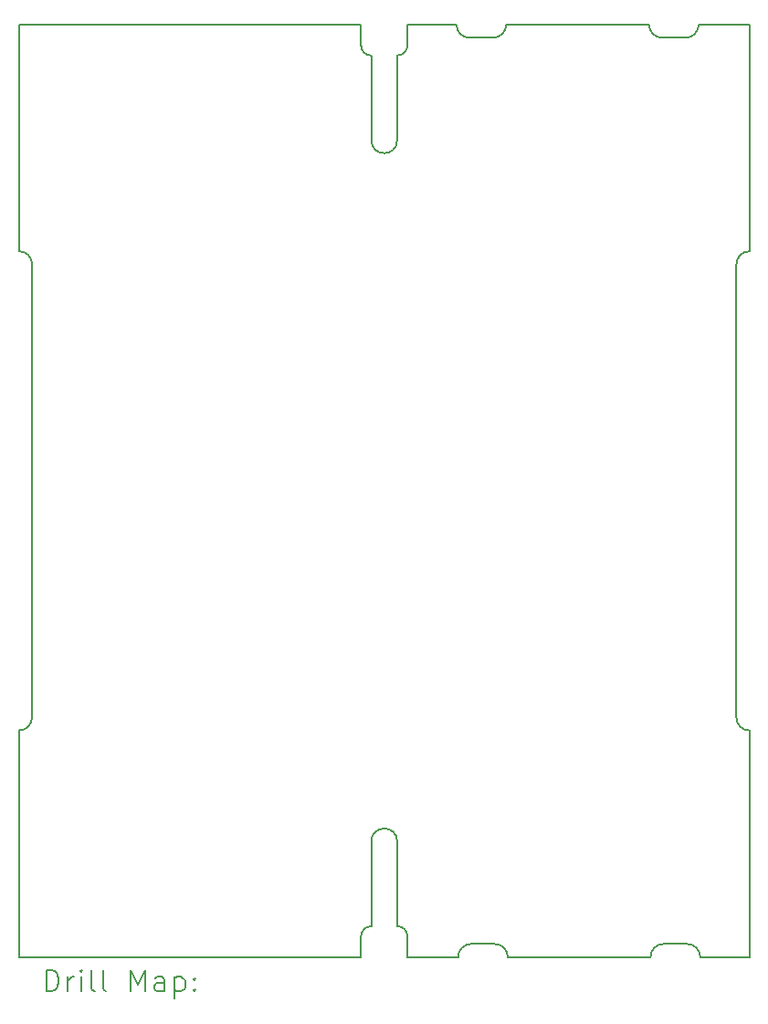
<source format=gbr>
%TF.GenerationSoftware,KiCad,Pcbnew,8.0.8*%
%TF.CreationDate,2025-02-19T14:34:19-05:00*%
%TF.ProjectId,afe_230v_16a,6166655f-3233-4307-965f-3136612e6b69,rev?*%
%TF.SameCoordinates,Original*%
%TF.FileFunction,Drillmap*%
%TF.FilePolarity,Positive*%
%FSLAX45Y45*%
G04 Gerber Fmt 4.5, Leading zero omitted, Abs format (unit mm)*
G04 Created by KiCad (PCBNEW 8.0.8) date 2025-02-19 14:34:19*
%MOMM*%
%LPD*%
G01*
G04 APERTURE LIST*
%ADD10C,0.150000*%
%ADD11C,0.200000*%
G04 APERTURE END LIST*
D10*
X15060000Y-6215000D02*
X15060000Y-5430000D01*
X11915000Y-11565000D02*
X11915000Y-7365000D01*
X15865000Y-13785000D02*
G75*
G02*
X15985000Y-13665000I120000J0D01*
G01*
X14965000Y-5145000D02*
X11795000Y-5145000D01*
X17990000Y-13665000D02*
G75*
G02*
X18110000Y-13785000I0J-120000D01*
G01*
X14965000Y-5335000D02*
X14965000Y-5145000D01*
X15060000Y-12715000D02*
G75*
G02*
X15300000Y-12715000I120000J0D01*
G01*
X15395000Y-5335000D02*
X15395000Y-5145000D01*
X15300000Y-13500000D02*
G75*
G02*
X15395000Y-13595000I0J-95000D01*
G01*
X11795000Y-7245000D02*
G75*
G02*
X11915000Y-7365000I0J-120000D01*
G01*
X18095000Y-5145000D02*
G75*
G02*
X17975000Y-5265000I-120000J0D01*
G01*
X18565000Y-13785000D02*
X18110000Y-13785000D01*
X17650000Y-13785000D02*
G75*
G02*
X17770000Y-13665000I120000J0D01*
G01*
X16205000Y-13665000D02*
X15985000Y-13665000D01*
X11795000Y-7245000D02*
X11795000Y-5145000D01*
X14965000Y-13595000D02*
X14965000Y-13785000D01*
X16205000Y-13665000D02*
G75*
G02*
X16325000Y-13785000I0J-120000D01*
G01*
X15865000Y-13785000D02*
X15395000Y-13785000D01*
X17650000Y-13785000D02*
X16325000Y-13785000D01*
X15060000Y-5430000D02*
G75*
G02*
X14965000Y-5335000I0J95000D01*
G01*
X18565000Y-11685000D02*
G75*
G02*
X18445000Y-11565000I0J120000D01*
G01*
X17990000Y-13665000D02*
X17770000Y-13665000D01*
X15970000Y-5265000D02*
X16190000Y-5265000D01*
X15300000Y-5430000D02*
X15300000Y-6215000D01*
X16310000Y-5145000D02*
X17635000Y-5145000D01*
X11795000Y-11685000D02*
X11795000Y-13785000D01*
X18445000Y-7365000D02*
G75*
G02*
X18565000Y-7245000I120000J0D01*
G01*
X17755000Y-5265000D02*
X17975000Y-5265000D01*
X15395000Y-5145000D02*
X15850000Y-5145000D01*
X14965000Y-13595000D02*
G75*
G02*
X15060000Y-13500000I95000J0D01*
G01*
X16310000Y-5145000D02*
G75*
G02*
X16190000Y-5265000I-120000J0D01*
G01*
X15970000Y-5265000D02*
G75*
G02*
X15850000Y-5145000I0J120000D01*
G01*
X15395000Y-5335000D02*
G75*
G02*
X15300000Y-5430000I-95000J0D01*
G01*
X15060000Y-13500000D02*
X15060000Y-12715000D01*
X18445000Y-7365000D02*
X18445000Y-11565000D01*
X18565000Y-7245000D02*
X18565000Y-5145000D01*
X17755000Y-5265000D02*
G75*
G02*
X17635000Y-5145000I0J120000D01*
G01*
X18565000Y-11685000D02*
X18565000Y-13785000D01*
X11915000Y-11565000D02*
G75*
G02*
X11795000Y-11685000I-120000J0D01*
G01*
X15395000Y-13595000D02*
X15395000Y-13785000D01*
X15300000Y-12715000D02*
X15300000Y-13500000D01*
X18095000Y-5145000D02*
X18565000Y-5145000D01*
X15300000Y-6215000D02*
G75*
G02*
X15060000Y-6215000I-120000J0D01*
G01*
X14965000Y-13785000D02*
X11795000Y-13785000D01*
D11*
X12048277Y-14103984D02*
X12048277Y-13903984D01*
X12048277Y-13903984D02*
X12095896Y-13903984D01*
X12095896Y-13903984D02*
X12124467Y-13913508D01*
X12124467Y-13913508D02*
X12143515Y-13932555D01*
X12143515Y-13932555D02*
X12153039Y-13951603D01*
X12153039Y-13951603D02*
X12162562Y-13989698D01*
X12162562Y-13989698D02*
X12162562Y-14018269D01*
X12162562Y-14018269D02*
X12153039Y-14056365D01*
X12153039Y-14056365D02*
X12143515Y-14075412D01*
X12143515Y-14075412D02*
X12124467Y-14094460D01*
X12124467Y-14094460D02*
X12095896Y-14103984D01*
X12095896Y-14103984D02*
X12048277Y-14103984D01*
X12248277Y-14103984D02*
X12248277Y-13970650D01*
X12248277Y-14008746D02*
X12257801Y-13989698D01*
X12257801Y-13989698D02*
X12267324Y-13980174D01*
X12267324Y-13980174D02*
X12286372Y-13970650D01*
X12286372Y-13970650D02*
X12305420Y-13970650D01*
X12372086Y-14103984D02*
X12372086Y-13970650D01*
X12372086Y-13903984D02*
X12362562Y-13913508D01*
X12362562Y-13913508D02*
X12372086Y-13923031D01*
X12372086Y-13923031D02*
X12381610Y-13913508D01*
X12381610Y-13913508D02*
X12372086Y-13903984D01*
X12372086Y-13903984D02*
X12372086Y-13923031D01*
X12495896Y-14103984D02*
X12476848Y-14094460D01*
X12476848Y-14094460D02*
X12467324Y-14075412D01*
X12467324Y-14075412D02*
X12467324Y-13903984D01*
X12600658Y-14103984D02*
X12581610Y-14094460D01*
X12581610Y-14094460D02*
X12572086Y-14075412D01*
X12572086Y-14075412D02*
X12572086Y-13903984D01*
X12829229Y-14103984D02*
X12829229Y-13903984D01*
X12829229Y-13903984D02*
X12895896Y-14046841D01*
X12895896Y-14046841D02*
X12962562Y-13903984D01*
X12962562Y-13903984D02*
X12962562Y-14103984D01*
X13143515Y-14103984D02*
X13143515Y-13999222D01*
X13143515Y-13999222D02*
X13133991Y-13980174D01*
X13133991Y-13980174D02*
X13114943Y-13970650D01*
X13114943Y-13970650D02*
X13076848Y-13970650D01*
X13076848Y-13970650D02*
X13057801Y-13980174D01*
X13143515Y-14094460D02*
X13124467Y-14103984D01*
X13124467Y-14103984D02*
X13076848Y-14103984D01*
X13076848Y-14103984D02*
X13057801Y-14094460D01*
X13057801Y-14094460D02*
X13048277Y-14075412D01*
X13048277Y-14075412D02*
X13048277Y-14056365D01*
X13048277Y-14056365D02*
X13057801Y-14037317D01*
X13057801Y-14037317D02*
X13076848Y-14027793D01*
X13076848Y-14027793D02*
X13124467Y-14027793D01*
X13124467Y-14027793D02*
X13143515Y-14018269D01*
X13238753Y-13970650D02*
X13238753Y-14170650D01*
X13238753Y-13980174D02*
X13257801Y-13970650D01*
X13257801Y-13970650D02*
X13295896Y-13970650D01*
X13295896Y-13970650D02*
X13314943Y-13980174D01*
X13314943Y-13980174D02*
X13324467Y-13989698D01*
X13324467Y-13989698D02*
X13333991Y-14008746D01*
X13333991Y-14008746D02*
X13333991Y-14065888D01*
X13333991Y-14065888D02*
X13324467Y-14084936D01*
X13324467Y-14084936D02*
X13314943Y-14094460D01*
X13314943Y-14094460D02*
X13295896Y-14103984D01*
X13295896Y-14103984D02*
X13257801Y-14103984D01*
X13257801Y-14103984D02*
X13238753Y-14094460D01*
X13419705Y-14084936D02*
X13429229Y-14094460D01*
X13429229Y-14094460D02*
X13419705Y-14103984D01*
X13419705Y-14103984D02*
X13410182Y-14094460D01*
X13410182Y-14094460D02*
X13419705Y-14084936D01*
X13419705Y-14084936D02*
X13419705Y-14103984D01*
X13419705Y-13980174D02*
X13429229Y-13989698D01*
X13429229Y-13989698D02*
X13419705Y-13999222D01*
X13419705Y-13999222D02*
X13410182Y-13989698D01*
X13410182Y-13989698D02*
X13419705Y-13980174D01*
X13419705Y-13980174D02*
X13419705Y-13999222D01*
M02*

</source>
